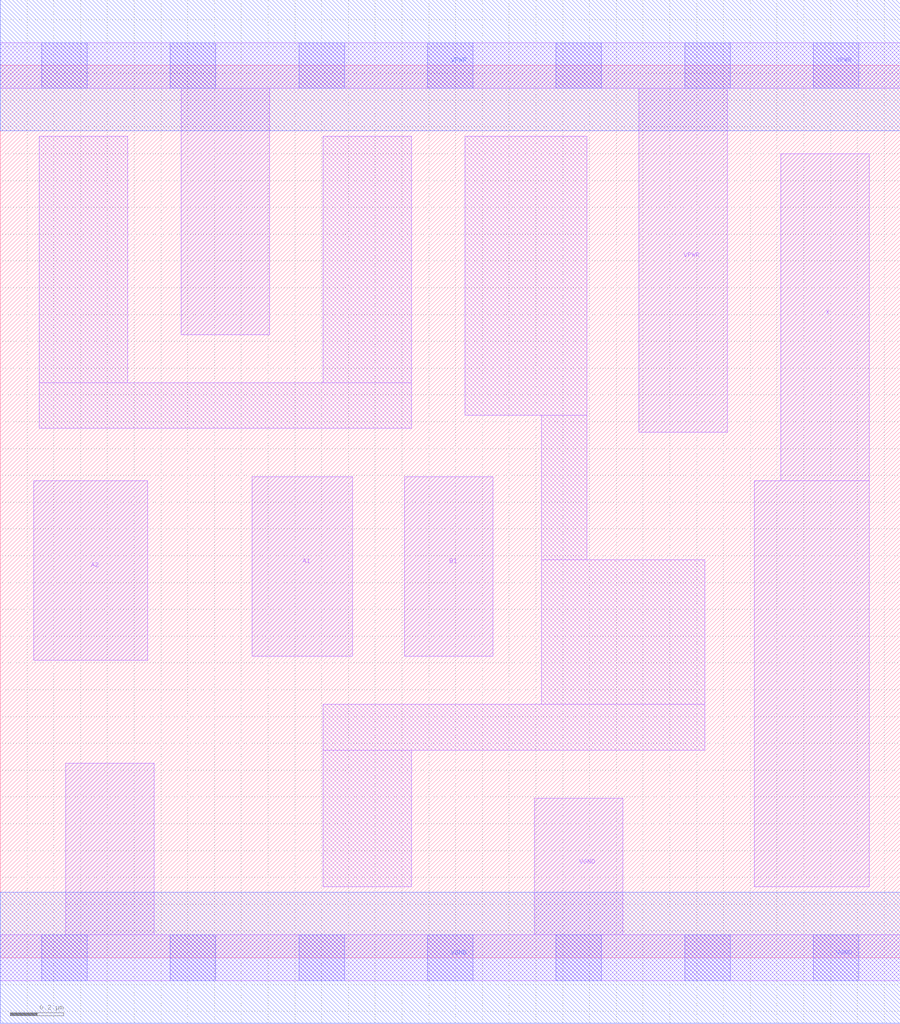
<source format=lef>
# Copyright 2020 The SkyWater PDK Authors
#
# Licensed under the Apache License, Version 2.0 (the "License");
# you may not use this file except in compliance with the License.
# You may obtain a copy of the License at
#
#     https://www.apache.org/licenses/LICENSE-2.0
#
# Unless required by applicable law or agreed to in writing, software
# distributed under the License is distributed on an "AS IS" BASIS,
# WITHOUT WARRANTIES OR CONDITIONS OF ANY KIND, either express or implied.
# See the License for the specific language governing permissions and
# limitations under the License.
#
# SPDX-License-Identifier: Apache-2.0

VERSION 5.7 ;
  NAMESCASESENSITIVE ON ;
  NOWIREEXTENSIONATPIN ON ;
  DIVIDERCHAR "/" ;
  BUSBITCHARS "[]" ;
UNITS
  DATABASE MICRONS 200 ;
END UNITS
MACRO sky130_fd_sc_lp__a21o_lp
  CLASS CORE ;
  SOURCE USER ;
  FOREIGN sky130_fd_sc_lp__a21o_lp ;
  ORIGIN  0.000000  0.000000 ;
  SIZE  3.360000 BY  3.330000 ;
  SYMMETRY X Y R90 ;
  SITE unit ;
  PIN A1
    ANTENNAGATEAREA  0.313000 ;
    DIRECTION INPUT ;
    USE SIGNAL ;
    PORT
      LAYER li1 ;
        RECT 0.940000 1.125000 1.315000 1.795000 ;
    END
  END A1
  PIN A2
    ANTENNAGATEAREA  0.313000 ;
    DIRECTION INPUT ;
    USE SIGNAL ;
    PORT
      LAYER li1 ;
        RECT 0.125000 1.110000 0.550000 1.780000 ;
    END
  END A2
  PIN B1
    ANTENNAGATEAREA  0.376000 ;
    DIRECTION INPUT ;
    USE SIGNAL ;
    PORT
      LAYER li1 ;
        RECT 1.510000 1.125000 1.840000 1.795000 ;
    END
  END B1
  PIN X
    ANTENNADIFFAREA  0.404700 ;
    DIRECTION OUTPUT ;
    USE SIGNAL ;
    PORT
      LAYER li1 ;
        RECT 2.815000 0.265000 3.245000 1.780000 ;
        RECT 2.915000 1.780000 3.245000 3.000000 ;
    END
  END X
  PIN VGND
    DIRECTION INOUT ;
    USE GROUND ;
    PORT
      LAYER li1 ;
        RECT 0.000000 -0.085000 3.360000 0.085000 ;
        RECT 0.245000  0.085000 0.575000 0.725000 ;
        RECT 1.995000  0.085000 2.325000 0.595000 ;
      LAYER mcon ;
        RECT 0.155000 -0.085000 0.325000 0.085000 ;
        RECT 0.635000 -0.085000 0.805000 0.085000 ;
        RECT 1.115000 -0.085000 1.285000 0.085000 ;
        RECT 1.595000 -0.085000 1.765000 0.085000 ;
        RECT 2.075000 -0.085000 2.245000 0.085000 ;
        RECT 2.555000 -0.085000 2.725000 0.085000 ;
        RECT 3.035000 -0.085000 3.205000 0.085000 ;
      LAYER met1 ;
        RECT 0.000000 -0.245000 3.360000 0.245000 ;
    END
  END VGND
  PIN VPWR
    DIRECTION INOUT ;
    USE POWER ;
    PORT
      LAYER li1 ;
        RECT 0.000000 3.245000 3.360000 3.415000 ;
        RECT 0.675000 2.325000 1.005000 3.245000 ;
        RECT 2.385000 1.960000 2.715000 3.245000 ;
      LAYER mcon ;
        RECT 0.155000 3.245000 0.325000 3.415000 ;
        RECT 0.635000 3.245000 0.805000 3.415000 ;
        RECT 1.115000 3.245000 1.285000 3.415000 ;
        RECT 1.595000 3.245000 1.765000 3.415000 ;
        RECT 2.075000 3.245000 2.245000 3.415000 ;
        RECT 2.555000 3.245000 2.725000 3.415000 ;
        RECT 3.035000 3.245000 3.205000 3.415000 ;
      LAYER met1 ;
        RECT 0.000000 3.085000 3.360000 3.575000 ;
    END
  END VPWR
  OBS
    LAYER li1 ;
      RECT 0.145000 1.975000 1.535000 2.145000 ;
      RECT 0.145000 2.145000 0.475000 3.065000 ;
      RECT 1.205000 0.265000 1.535000 0.775000 ;
      RECT 1.205000 0.775000 2.630000 0.945000 ;
      RECT 1.205000 2.145000 1.535000 3.065000 ;
      RECT 1.735000 2.025000 2.190000 3.065000 ;
      RECT 2.020000 0.945000 2.630000 1.485000 ;
      RECT 2.020000 1.485000 2.190000 2.025000 ;
  END
END sky130_fd_sc_lp__a21o_lp

</source>
